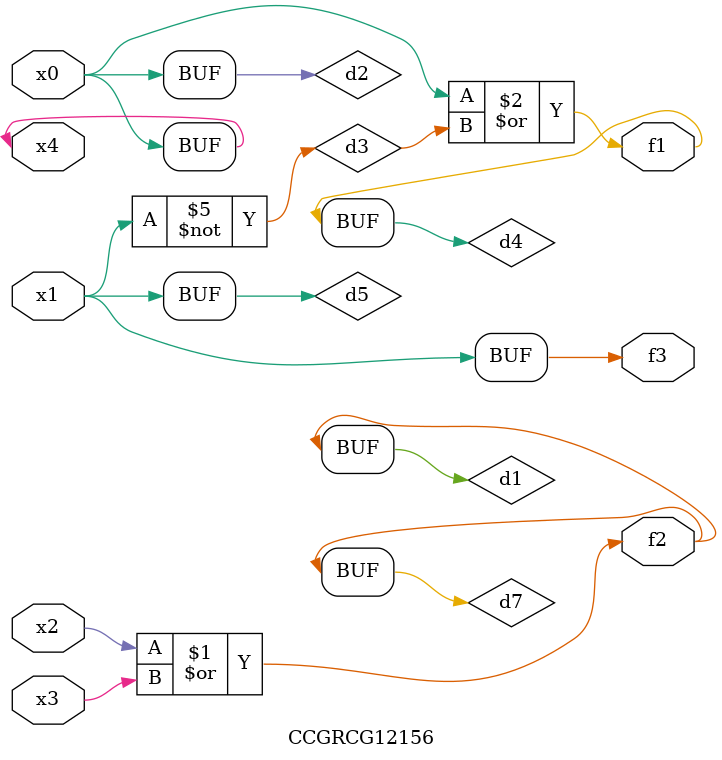
<source format=v>
module CCGRCG12156(
	input x0, x1, x2, x3, x4,
	output f1, f2, f3
);

	wire d1, d2, d3, d4, d5, d6, d7;

	or (d1, x2, x3);
	buf (d2, x0, x4);
	not (d3, x1);
	or (d4, d2, d3);
	not (d5, d3);
	nand (d6, d1, d3);
	or (d7, d1);
	assign f1 = d4;
	assign f2 = d7;
	assign f3 = d5;
endmodule

</source>
